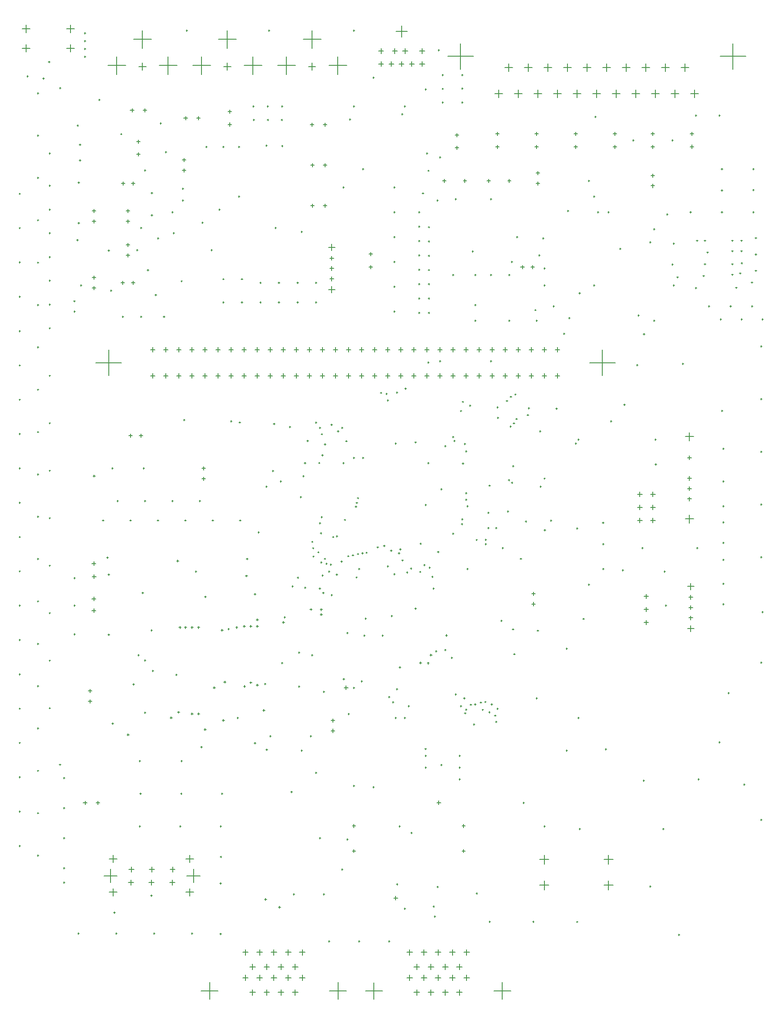
<source format=gbr>
%FSTAX44Y44*%
%MOMM*%
%SFA1B1*%

%IPPOS*%
%ADD173C,0.127000*%
%LNsega_801_remake_drillmap_1-1*%
%LPD*%
G54D173*
X01438219Y0101854D02*
X01447219D01*
X0144272Y01014039D02*
Y01023039D01*
X01463619Y0101854D02*
X01472619D01*
X0146812Y01014039D02*
Y01023039D01*
X01438219Y0099314D02*
X01447219D01*
X0144272Y00988639D02*
Y00997639D01*
X01463619Y0099314D02*
X01472619D01*
X0146812Y00988639D02*
Y00997639D01*
X01438219Y0096774D02*
X01447219D01*
X0144272Y00963239D02*
Y00972239D01*
X01463619Y0096774D02*
X01472619D01*
X0146812Y00963239D02*
Y00972239D01*
X01158729Y0005334D02*
X01191749D01*
X01175239Y0003683D02*
Y0006985D01*
X00989439Y00078719D02*
X01000339D01*
X00994889Y00073269D02*
Y00084169D01*
X01003289Y00050319D02*
X01014189D01*
X01008739Y00044869D02*
Y00055769D01*
X01017139Y00078719D02*
X01028039D01*
X01022589Y00073269D02*
Y00084169D01*
X01030989Y00050319D02*
X01041889D01*
X01036439Y00044869D02*
Y00055769D01*
X01044839Y00078719D02*
X01055739D01*
X0105029Y00073269D02*
Y00084169D01*
X01058689Y00050319D02*
X01069589D01*
X01064139Y00044869D02*
Y00055769D01*
X01072539Y00078719D02*
X01083439D01*
X01077989Y00073269D02*
Y00084169D01*
X01086389Y00050319D02*
X01097289D01*
X01091839Y00044869D02*
Y00055769D01*
X01100239Y00078719D02*
X01111139D01*
X01105689Y00073269D02*
Y00084169D01*
X00909039Y0005334D02*
X00941639D01*
X00925339Y00037039D02*
Y00069639D01*
X01068899Y01869799D02*
X01118899D01*
X01093899Y01844799D02*
Y01894799D01*
X01598899Y01869799D02*
X01648899D01*
X01623899Y01844799D02*
Y01894799D01*
X01541899Y01796999D02*
X01556899D01*
X015494Y01789499D02*
Y01804499D01*
X01522849Y01847799D02*
X01537849D01*
X0153035Y01840299D02*
Y01855299D01*
X01503799Y01796999D02*
X01518799D01*
X015113Y01789499D02*
Y01804499D01*
X01484749Y01847799D02*
X01499749D01*
X0149225Y01840299D02*
Y01855299D01*
X01465699Y01796999D02*
X01480699D01*
X014732Y01789499D02*
Y01804499D01*
X01446649Y01847799D02*
X01461649D01*
X0145415Y01840299D02*
Y01855299D01*
X01427599Y01796999D02*
X01442599D01*
X014351Y01789499D02*
Y01804499D01*
X01408549Y01847799D02*
X01423549D01*
X0141605Y01840299D02*
Y01855299D01*
X01389499Y01796999D02*
X01404499D01*
X01397Y01789499D02*
Y01804499D01*
X01370449Y01847799D02*
X01385449D01*
X0137795Y01840299D02*
Y01855299D01*
X01351399Y01796999D02*
X01366399D01*
X013589Y01789499D02*
Y01804499D01*
X01332349Y01847799D02*
X01347349D01*
X0133985Y01840299D02*
Y01855299D01*
X01313299Y01796999D02*
X01328299D01*
X013208Y01789499D02*
Y01804499D01*
X01294249Y01847799D02*
X01309249D01*
X0130175Y01840299D02*
Y01855299D01*
X01275199Y01796999D02*
X01290199D01*
X012827Y01789499D02*
Y01804499D01*
X01256149Y01847799D02*
X01271149D01*
X0126365Y01840299D02*
Y01855299D01*
X01237099Y01796999D02*
X01252099D01*
X012446Y01789499D02*
Y01804499D01*
X01218049Y01847799D02*
X01233049D01*
X0122555Y01840299D02*
Y01855299D01*
X01198999Y01796999D02*
X01213999D01*
X012065Y01789499D02*
Y01804499D01*
X01179949Y01847799D02*
X01194949D01*
X0118745Y01840299D02*
Y01855299D01*
X01160899Y01796999D02*
X01175899D01*
X011684Y01789499D02*
Y01804499D01*
X00490399Y01248973D02*
X00499399D01*
X00494899Y01244473D02*
Y01253473D01*
X00515799Y01248973D02*
X00524799D01*
X00520299Y01244473D02*
Y01253473D01*
X00541199Y01248973D02*
X00550199D01*
X00545699Y01244473D02*
Y01253473D01*
X00566599Y01248973D02*
X00575599D01*
X00571099Y01244473D02*
Y01253473D01*
X00591999Y01248973D02*
X00600999D01*
X00596499Y01244473D02*
Y01253473D01*
X00617399Y01248973D02*
X00626399D01*
X00621899Y01244473D02*
Y01253473D01*
X00642799Y01248973D02*
X00651799D01*
X00647299Y01244473D02*
Y01253473D01*
X00668199Y01248973D02*
X00677199D01*
X00672699Y01244473D02*
Y01253473D01*
X00693599Y01248973D02*
X00702599D01*
X00698099Y01244473D02*
Y01253473D01*
X00718999Y01248973D02*
X00727999D01*
X00723499Y01244473D02*
Y01253473D01*
X00744399Y01248973D02*
X00753399D01*
X00748899Y01244473D02*
Y01253473D01*
X00769799Y01248973D02*
X00778799D01*
X00774299Y01244473D02*
Y01253473D01*
X00795199Y01248973D02*
X00804199D01*
X00799699Y01244473D02*
Y01253473D01*
X00820599Y01248973D02*
X00829599D01*
X00825099Y01244473D02*
Y01253473D01*
X00845999Y01248973D02*
X00854999D01*
X00850499Y01244473D02*
Y01253473D01*
X00871399Y01248973D02*
X00880399D01*
X00875899Y01244473D02*
Y01253473D01*
X00896799Y01248973D02*
X00905799D01*
X00901299Y01244473D02*
Y01253473D01*
X00922199Y01248973D02*
X00931199D01*
X00926699Y01244473D02*
Y01253473D01*
X00947599Y01248973D02*
X00956599D01*
X00952099Y01244473D02*
Y01253473D01*
X00972999Y01248973D02*
X00981999D01*
X00977499Y01244473D02*
Y01253473D01*
X00998399Y01248973D02*
X01007399D01*
X01002899Y01244473D02*
Y01253473D01*
X01023799Y01248973D02*
X01032799D01*
X01028299Y01244473D02*
Y01253473D01*
X01049199Y01248973D02*
X01058199D01*
X01053699Y01244473D02*
Y01253473D01*
X01074599Y01248973D02*
X01083599D01*
X01079099Y01244473D02*
Y01253473D01*
X01099999Y01248973D02*
X01108999D01*
X01104499Y01244473D02*
Y01253473D01*
X01125399Y01248973D02*
X01134399D01*
X01129899Y01244473D02*
Y01253473D01*
X01150799Y01248973D02*
X01159799D01*
X01155299Y01244473D02*
Y01253473D01*
X01176199Y01248973D02*
X01185199D01*
X01180699Y01244473D02*
Y01253473D01*
X01201599Y01248973D02*
X01210599D01*
X01206099Y01244473D02*
Y01253473D01*
X01226999Y01248973D02*
X01235999D01*
X01231499Y01244473D02*
Y01253473D01*
X01252399Y01248973D02*
X01261399D01*
X01256899Y01244473D02*
Y01253473D01*
X01277799Y01248973D02*
X01286799D01*
X01282299Y01244473D02*
Y01253473D01*
X01277799Y01299773D02*
X01286799D01*
X01282299Y01295273D02*
Y01304273D01*
X01252399Y01299773D02*
X01261399D01*
X01256899Y01295273D02*
Y01304273D01*
X01226999Y01299773D02*
X01235999D01*
X01231499Y01295273D02*
Y01304273D01*
X01201599Y01299773D02*
X01210599D01*
X01206099Y01295273D02*
Y01304273D01*
X01176199Y01299773D02*
X01185199D01*
X01180699Y01295273D02*
Y01304273D01*
X01150799Y01299773D02*
X01159799D01*
X01155299Y01295273D02*
Y01304273D01*
X01125399Y01299773D02*
X01134399D01*
X01129899Y01295273D02*
Y01304273D01*
X01099999Y01299773D02*
X01108999D01*
X01104499Y01295273D02*
Y01304273D01*
X01074599Y01299773D02*
X01083599D01*
X01079099Y01295273D02*
Y01304273D01*
X01049199Y01299773D02*
X01058199D01*
X01053699Y01295273D02*
Y01304273D01*
X01023799Y01299773D02*
X01032799D01*
X01028299Y01295273D02*
Y01304273D01*
X00998399Y01299773D02*
X01007399D01*
X01002899Y01295273D02*
Y01304273D01*
X00972999Y01299773D02*
X00981999D01*
X00977499Y01295273D02*
Y01304273D01*
X00947599Y01299773D02*
X00956599D01*
X00952099Y01295273D02*
Y01304273D01*
X00922199Y01299773D02*
X00931199D01*
X00926699Y01295273D02*
Y01304273D01*
X00896799Y01299773D02*
X00905799D01*
X00901299Y01295273D02*
Y01304273D01*
X00871399Y01299773D02*
X00880399D01*
X00875899Y01295273D02*
Y01304273D01*
X00845999Y01299773D02*
X00854999D01*
X00850499Y01295273D02*
Y01304273D01*
X00820599Y01299773D02*
X00829599D01*
X00825099Y01295273D02*
Y01304273D01*
X00795199Y01299773D02*
X00804199D01*
X00799699Y01295273D02*
Y01304273D01*
X00769799Y01299773D02*
X00778799D01*
X00774299Y01295273D02*
Y01304273D01*
X00744399Y01299773D02*
X00753399D01*
X00748899Y01295273D02*
Y01304273D01*
X00718999Y01299773D02*
X00727999D01*
X00723499Y01295273D02*
Y01304273D01*
X00693599Y01299773D02*
X00702599D01*
X00698099Y01295273D02*
Y01304273D01*
X00668199Y01299773D02*
X00677199D01*
X00672699Y01295273D02*
Y01304273D01*
X00642799Y01299773D02*
X00651799D01*
X00647299Y01295273D02*
Y01304273D01*
X00617399Y01299773D02*
X00626399D01*
X00621899Y01295273D02*
Y01304273D01*
X00591999Y01299773D02*
X00600999D01*
X00596499Y01295273D02*
Y01304273D01*
X00566599Y01299773D02*
X00575599D01*
X00571099Y01295273D02*
Y01304273D01*
X00541199Y01299773D02*
X00550199D01*
X00545699Y01295273D02*
Y01304273D01*
X00515799Y01299773D02*
X00524799D01*
X00520299Y01295273D02*
Y01304273D01*
X00490399Y01299773D02*
X00499399D01*
X00494899Y01295273D02*
Y01304273D01*
X00384439Y01274373D02*
X00434439D01*
X00409439Y01249373D02*
Y01299373D01*
X01344739Y01274373D02*
X01394739D01*
X01369739Y01249373D02*
Y01299373D01*
X00572606Y01851999D02*
X00607392D01*
X00589999Y01834607D02*
Y01869392D01*
X00622606Y01902999D02*
X00657392D01*
X00639999Y01885606D02*
Y01920391D01*
X00672606Y01851999D02*
X00707392D01*
X00689999Y01834607D02*
Y01869392D01*
X00632999Y01849999D02*
X00646999D01*
X00639999Y01842999D02*
Y01856999D01*
X00487822Y0026392D02*
X00497822D01*
X00492822Y0025892D02*
Y0026892D01*
X00527997Y0026392D02*
X00537997D01*
X00532997Y0025892D02*
Y0026892D01*
X00447811Y0026392D02*
X00457811D01*
X00452811Y0025892D02*
Y0026892D01*
X00488384Y0028956D02*
X00498384D01*
X00493384Y00284559D02*
Y00294559D01*
X00528559Y0028956D02*
X00538559D01*
X00533559Y00284559D02*
Y00294559D01*
X00448373Y0028956D02*
X00458373D01*
X00453373Y00284559D02*
Y00294559D01*
X00399828Y0027686D02*
X0042599D01*
X00412909Y00263779D02*
Y00289941D01*
X00561118Y0027686D02*
X0058728D01*
X00574199Y00263779D02*
Y00289941D01*
X01014419Y01855169D02*
X01023919D01*
X01019169Y01850419D02*
Y01859919D01*
X00954419Y01855169D02*
X00963919D01*
X00959169Y01850419D02*
Y01859919D01*
X00994419Y01855169D02*
X01003919D01*
X00999169Y01850419D02*
Y01859919D01*
X00934419Y01880169D02*
X00943919D01*
X00939169Y01875419D02*
Y01884919D01*
X01014419Y01880169D02*
X01023919D01*
X01019169Y01875419D02*
Y01884919D01*
X00981419Y01880169D02*
X00990919D01*
X00986169Y01875419D02*
Y01884919D01*
X00961419Y01880169D02*
X00970919D01*
X00966169Y01875419D02*
Y01884919D01*
X00968169Y01918169D02*
X00990169D01*
X0097917Y01907169D02*
Y01929169D01*
X00974419Y01855169D02*
X00983919D01*
X0097917Y01850419D02*
Y01859919D01*
X00934419Y01855169D02*
X00943919D01*
X00939169Y01850419D02*
Y01859919D01*
X00327799Y01885659D02*
X00342799D01*
X00335299Y01878159D02*
Y01893159D01*
X00241399Y01885659D02*
X00256399D01*
X00248899Y01878159D02*
Y01893159D01*
X00327799Y01923659D02*
X00342799D01*
X00335299Y01916159D02*
Y01931159D01*
X00241399Y01923659D02*
X00256399D01*
X00248899Y01916159D02*
Y01931159D01*
X01100239Y00128249D02*
X01111139D01*
X01105689Y00122799D02*
Y00133699D01*
X01086389Y00099849D02*
X01097289D01*
X01091839Y00094399D02*
Y00105299D01*
X01072539Y00128249D02*
X01083439D01*
X01077989Y00122799D02*
Y00133699D01*
X01058689Y00099849D02*
X01069589D01*
X01064139Y00094399D02*
Y00105299D01*
X01044839Y00128249D02*
X01055739D01*
X0105029Y00122799D02*
Y00133699D01*
X01030989Y00099849D02*
X01041889D01*
X01036439Y00094399D02*
Y00105299D01*
X01017139Y00128249D02*
X01028039D01*
X01022589Y00122799D02*
Y00133699D01*
X01003289Y00099849D02*
X01014189D01*
X01008739Y00094399D02*
Y00105299D01*
X00989439Y00128249D02*
X01000339D01*
X00994889Y00122799D02*
Y00133699D01*
X01372759Y00258609D02*
X01390759D01*
X0138176Y00249609D02*
Y00267609D01*
X01247759Y00258609D02*
X01265759D01*
X01256759Y00249609D02*
Y00267609D01*
X01372759Y0030861D02*
X01390759D01*
X0138176Y00299609D02*
Y00317609D01*
X01247759Y0030861D02*
X01265759D01*
X01256759Y00299609D02*
Y00317609D01*
X01530989Y01130659D02*
X01547489D01*
X0153924Y01122409D02*
Y01138909D01*
X01530989Y00970659D02*
X01547489D01*
X0153924Y00962409D02*
Y00978909D01*
X01535239Y0108966D02*
X01543239D01*
X0153924Y01085659D02*
Y01093659D01*
X01535239Y01049659D02*
X01543239D01*
X0153924Y01045659D02*
Y01053659D01*
X01535239Y01029659D02*
X01543239D01*
X0153924Y01025659D02*
Y01033659D01*
X01535239Y01009659D02*
X01543239D01*
X0153924Y01005659D02*
Y01013659D01*
X00839279Y01437599D02*
X00847279D01*
X0084328Y01433599D02*
Y01441599D01*
X00839279Y01457599D02*
X00847279D01*
X0084328Y01453599D02*
Y01461599D01*
X00839279Y01477599D02*
X00847279D01*
X0084328Y01473599D02*
Y01481599D01*
X00837029Y01416599D02*
X00849529D01*
X0084328Y01410349D02*
Y01422849D01*
X00837029Y014986D02*
X00849529D01*
X0084328Y01492349D02*
Y01504849D01*
X01390959Y01719179D02*
X01397959D01*
X0139446Y01715679D02*
Y01722679D01*
X01390959Y0169418D02*
X01397959D01*
X0139446Y01690679D02*
Y01697679D01*
X01096669Y0032512D02*
X01102969D01*
X0109982Y00321969D02*
Y00328269D01*
X01096669Y00373919D02*
X01102969D01*
X0109982Y00370769D02*
Y00377069D01*
X01230779Y014605D02*
X01237779D01*
X01234279Y01456999D02*
Y01463999D01*
X01210779Y014605D02*
X01217779D01*
X01214279Y01456999D02*
Y01463999D01*
X01185545Y0162814D02*
X01191895D01*
X0118872Y01624965D02*
Y01631315D01*
X01145544Y0162814D02*
X01151894D01*
X01148719Y01624965D02*
Y01631315D01*
X01451319Y0082042D02*
X01459519D01*
X0145542Y00816319D02*
Y00824519D01*
X01451319Y0079502D02*
X01459519D01*
X0145542Y00790919D02*
Y00799119D01*
X01451319Y0076962D02*
X01459519D01*
X0145542Y00765519D02*
Y00773719D01*
X00451359Y017653D02*
X00458359D01*
X00454859Y01761799D02*
Y01768799D01*
X00476359Y017653D02*
X00483359D01*
X00479859Y01761799D02*
Y01768799D01*
X00842319Y00578959D02*
X00849319D01*
X0084582Y00575459D02*
Y00582459D01*
X00842319Y00558959D02*
X00849319D01*
X0084582Y00555459D02*
Y00562459D01*
X00669879Y00128249D02*
X00680779D01*
X00675329Y00122799D02*
Y00133699D01*
X00683729Y00099849D02*
X00694629D01*
X00689179Y00094399D02*
Y00105299D01*
X00697579Y00128249D02*
X00708479D01*
X00703029Y00122799D02*
Y00133699D01*
X00711429Y00099849D02*
X00722329D01*
X00716879Y00094399D02*
Y00105299D01*
X00725279Y00128249D02*
X00736179D01*
X00730729Y00122799D02*
Y00133699D01*
X00739129Y00099849D02*
X00750029D01*
X00744579Y00094399D02*
Y00105299D01*
X00752979Y00128249D02*
X00763879D01*
X00758429Y00122799D02*
Y00133699D01*
X00766829Y00099849D02*
X00777729D01*
X00772279Y00094399D02*
Y00105299D01*
X00780679Y00128249D02*
X00791579D01*
X0078613Y00122799D02*
Y00133699D01*
X00797999Y01849999D02*
X00811999D01*
X00804999Y01842999D02*
Y01856999D01*
X00837606Y01851999D02*
X00872392D01*
X00854999Y01834607D02*
Y01869392D01*
X00787606Y01902999D02*
X00822392D01*
X00804999Y01885606D02*
Y01920391D01*
X00737606Y01851999D02*
X00772392D01*
X00754999Y01834607D02*
Y01869392D01*
X00407606Y01851999D02*
X00442392D01*
X00424999Y01834607D02*
Y01869392D01*
X00457606Y01902999D02*
X00492392D01*
X00474999Y01885606D02*
Y01920391D01*
X00507606Y01851999D02*
X00542392D01*
X00524999Y01834607D02*
Y01869392D01*
X00467999Y01849999D02*
X00481999D01*
X00474999Y01842999D02*
Y01856999D01*
X00589269Y0005334D02*
X00622289D01*
X00605779Y0003683D02*
Y0006985D01*
X01537779Y00778519D02*
X01545779D01*
X0154178Y00774519D02*
Y00782519D01*
X01537779Y00798519D02*
X01545779D01*
X0154178Y00794519D02*
Y00802519D01*
X01537779Y00818519D02*
X01545779D01*
X0154178Y00814519D02*
Y00822519D01*
X01535529Y00757519D02*
X01548029D01*
X0154178Y00751269D02*
Y00763769D01*
X01535529Y00839519D02*
X01548029D01*
X0154178Y00833269D02*
Y00845769D01*
X01059184Y0162814D02*
X01065534D01*
X01062359Y01624965D02*
Y01631315D01*
X01099185Y0162814D02*
X01105535D01*
X0110236Y01624965D02*
Y01631315D01*
X01083619Y01692039D02*
X01090619D01*
X0108712Y01688539D02*
Y01695539D01*
X01083619Y0171704D02*
X01090619D01*
X0108712Y01713539D02*
Y01720539D01*
X00826679Y0173736D02*
X00833679D01*
X00830179Y01733859D02*
Y01740859D01*
X00801679Y0173736D02*
X00808679D01*
X0080518Y01733859D02*
Y01740859D01*
X00827079Y0157988D02*
X00834079D01*
X0083058Y01576379D02*
Y01583379D01*
X00802079Y0157988D02*
X00809079D01*
X00805579Y01576379D02*
Y01583379D01*
X01238559Y01719179D02*
X01245559D01*
X0124206Y01715679D02*
Y01722679D01*
X01238559Y0169418D02*
X01245559D01*
X0124206Y01690679D02*
Y01697679D01*
X00443539Y015494D02*
X00450539D01*
X0044704Y01545899D02*
Y01552899D01*
X00443539Y01569399D02*
X00450539D01*
X0044704Y01565899D02*
Y01572899D01*
X00433379Y0143002D02*
X00440379D01*
X0043688Y01426519D02*
Y01433519D01*
X00453379Y0143002D02*
X00460379D01*
X00456879Y01426519D02*
Y01433519D01*
X00443539Y01503359D02*
X00450539D01*
X0044704Y01499859D02*
Y01506859D01*
X00443539Y0148336D02*
X00450539D01*
X0044704Y01479859D02*
Y01486859D01*
X00377499Y0141986D02*
X00384499D01*
X00381Y01416359D02*
Y01423359D01*
X00377499Y01439859D02*
X00384499D01*
X00381Y01436359D02*
Y01443359D01*
X00641659Y01762559D02*
X00648659D01*
X0064516Y01759059D02*
Y01766059D01*
X00641659Y01737559D02*
X00648659D01*
X0064516Y01734059D02*
Y01741059D01*
X00555499Y0175006D02*
X00562499D01*
X00558999Y01746559D02*
Y01753559D01*
X00580499Y0175006D02*
X00587499D01*
X00583999Y01746559D02*
Y01753559D01*
X00433699Y0162306D02*
X00440699D01*
X00437199Y01619559D02*
Y01626559D01*
X00453699Y0162306D02*
X00460699D01*
X004572Y01619559D02*
Y01626559D01*
X00377499Y015494D02*
X00384499D01*
X00381Y01545899D02*
Y01552899D01*
X00377499Y01569399D02*
X00384499D01*
X00381Y01565899D02*
Y01572899D01*
X00839169Y0005334D02*
X00872189D01*
X00855679Y0003683D02*
Y0006985D01*
X00669879Y00078719D02*
X00680779D01*
X00675329Y00073269D02*
Y00084169D01*
X00683729Y00050319D02*
X00694629D01*
X00689179Y00044869D02*
Y00055769D01*
X00697579Y00078719D02*
X00708479D01*
X00703029Y00073269D02*
Y00084169D01*
X00711429Y00050319D02*
X00722329D01*
X00716879Y00044869D02*
Y00055769D01*
X00725279Y00078719D02*
X00736179D01*
X00730729Y00073269D02*
Y00084169D01*
X00739129Y00050319D02*
X00750029D01*
X00744579Y00044869D02*
Y00055769D01*
X00752979Y00078719D02*
X00763879D01*
X00758429Y00073269D02*
Y00084169D01*
X00766829Y00050319D02*
X00777729D01*
X00772279Y00044869D02*
Y00055769D01*
X00780679Y00078719D02*
X00791579D01*
X0078613Y00073269D02*
Y00084169D01*
X01162359Y01719179D02*
X01169359D01*
X0116586Y01715679D02*
Y01722679D01*
X01162359Y0169418D02*
X01169359D01*
X0116586Y01690679D02*
Y01697679D01*
X00463859Y0170434D02*
X00470859D01*
X0046736Y01700839D02*
Y01707839D01*
X00463859Y01679339D02*
X00470859D01*
X0046736Y01675839D02*
Y01682839D01*
X01314759Y01719179D02*
X01321759D01*
X0131826Y01715679D02*
Y01722679D01*
X01314759Y0169418D02*
X01321759D01*
X0131826Y01690679D02*
Y01697679D01*
X00827079Y0165862D02*
X00834079D01*
X0083058Y01655119D02*
Y01662119D01*
X00802079Y0165862D02*
X00809079D01*
X00805579Y01655119D02*
Y01662119D01*
X00384919Y004191D02*
X00391919D01*
X00388419Y00415599D02*
Y00422599D01*
X00359919Y004191D02*
X00366919D01*
X00363419Y00415599D02*
Y00422599D01*
X01464619Y01719179D02*
X01471619D01*
X0146812Y01715679D02*
Y01722679D01*
X01464619Y0169418D02*
X01471619D01*
X0146812Y01690679D02*
Y01697679D01*
X00915979Y014605D02*
X00922979D01*
X0091948Y01456999D02*
Y01463999D01*
X00915979Y01485499D02*
X00922979D01*
X0091948Y01481999D02*
Y01488999D01*
X01540819Y01719379D02*
X01547819D01*
X0154432Y01715879D02*
Y01722879D01*
X01540819Y01694379D02*
X01547819D01*
X0154432Y01690879D02*
Y01697879D01*
X00448619Y0113284D02*
X00455619D01*
X0045212Y01129339D02*
Y01136339D01*
X00468619Y0113284D02*
X00475619D01*
X00472119Y01129339D02*
Y01136339D01*
X00590859Y0104902D02*
X00597859D01*
X0059436Y01045519D02*
Y01052519D01*
X00590859Y01069019D02*
X00597859D01*
X0059436Y01065519D02*
Y01072519D01*
X01232309Y00805339D02*
X01239309D01*
X01235809Y00801839D02*
Y00808839D01*
X01232309Y00825339D02*
X01239309D01*
X01235809Y00821839D02*
Y00828839D01*
X00883309Y00373919D02*
X00889609D01*
X0088646Y00370769D02*
Y00377069D01*
X00883309Y0032512D02*
X00889609D01*
X0088646Y00321969D02*
Y00328269D01*
X00369349Y00636346D02*
X00376349D01*
X00372849Y00632846D02*
Y00639846D01*
X00369349Y00616346D02*
X00376349D01*
X00372849Y00612846D02*
Y00619846D01*
X00552759Y01668459D02*
X00559759D01*
X0055626Y01664959D02*
Y01671959D01*
X00552759Y0164846D02*
X00559759D01*
X0055626Y01644959D02*
Y01651959D01*
X01464619Y016383D02*
X01471619D01*
X0146812Y01634799D02*
Y01641799D01*
X01464619Y01618299D02*
X01471619D01*
X0146812Y01614799D02*
Y01621799D01*
X01241099Y0162306D02*
X01248099D01*
X012446Y01619559D02*
Y01626559D01*
X01241099Y01643059D02*
X01248099D01*
X012446Y01639559D02*
Y01646559D01*
X00410499Y00244999D02*
X00425499D01*
X00417999Y00237499D02*
Y00252499D01*
X00410499Y00309999D02*
X00425499D01*
X00417999Y00302499D02*
Y003175D01*
X00559499Y00309999D02*
X00574499D01*
X00566999Y00302499D02*
Y003175D01*
X00559499Y00244999D02*
X00574499D01*
X00566999Y00237499D02*
Y00252499D01*
X00884936Y0045212D02*
X00887984D01*
X0088646Y00450596D02*
Y00453644D01*
X00347538Y01735545D02*
X00350586D01*
X00349062Y01734021D02*
Y01737069D01*
X00293116Y01681099D02*
X00296164D01*
X0029464Y01679576D02*
Y01682624D01*
X00293116Y00603048D02*
X00296164D01*
X0029464Y00601524D02*
Y00604572D01*
X00293116Y00695357D02*
X00296164D01*
X0029464Y00693833D02*
Y00696881D01*
X00293116Y00787666D02*
X00296164D01*
X0029464Y00786142D02*
Y0078919D01*
X00293116Y00879974D02*
X00296164D01*
X0029464Y0087845D02*
Y00881498D01*
X00293116Y00972283D02*
X00296164D01*
X0029464Y00970759D02*
Y00973807D01*
X00293116Y01064592D02*
X00296164D01*
X0029464Y01063068D02*
Y01066116D01*
X00293116Y011569D02*
X00296164D01*
X0029464Y01155376D02*
Y01158424D01*
X00293116Y01249209D02*
X00296164D01*
X0029464Y01247685D02*
Y01250733D01*
X00293116Y01341518D02*
X00296164D01*
X0029464Y01339994D02*
Y01343042D01*
X00293116Y01387672D02*
X00296164D01*
X0029464Y01386148D02*
Y01389196D01*
X00293116Y01433827D02*
X00296164D01*
X0029464Y01432302D02*
Y01435351D01*
X00293116Y01479981D02*
X00296164D01*
X0029464Y01478457D02*
Y01481505D01*
X00293116Y01526135D02*
X00296164D01*
X0029464Y01524611D02*
Y01527659D01*
X00293116Y01572289D02*
X00296164D01*
X0029464Y01570765D02*
Y01573814D01*
X00293116Y01618444D02*
X00296164D01*
X0029464Y0161692D02*
Y01619968D01*
X00270256Y00728193D02*
X00273304D01*
X0027178Y00726668D02*
Y00729716D01*
X00270256Y00563558D02*
X00273304D01*
X0027178Y00562034D02*
Y00565082D01*
X00313159Y00493059D02*
X00316159D01*
X00314659Y00491559D02*
Y00494559D01*
X00491165Y00238689D02*
X00494213D01*
X00492689Y00237165D02*
Y00240213D01*
X00418846Y0020574D02*
X00421894D01*
X0042037Y00204216D02*
Y00207264D01*
X00321056Y0026416D02*
X00324104D01*
X0032258Y00262636D02*
Y00265684D01*
X00270256Y00316605D02*
X00273304D01*
X0027178Y00315081D02*
Y00318129D01*
X00270256Y00398923D02*
X00273304D01*
X0027178Y00397399D02*
Y00400447D01*
X00270256Y0048124D02*
X00273304D01*
X0027178Y00479716D02*
Y00482764D01*
X00270256Y00645875D02*
X00273304D01*
X0027178Y00644351D02*
Y00647399D01*
X00270256Y0081051D02*
X00273304D01*
X0027178Y00808986D02*
Y00812034D01*
X00270256Y00892827D02*
X00273304D01*
X0027178Y00891303D02*
Y00894351D01*
X00270256Y00975145D02*
X00273304D01*
X0027178Y00973621D02*
Y00976669D01*
X00270256Y01057462D02*
X00273304D01*
X0027178Y01055938D02*
Y01058986D01*
X00270256Y0113978D02*
X00273304D01*
X0027178Y01138256D02*
Y01141303D01*
X00270256Y01222097D02*
X00273304D01*
X0027178Y01220573D02*
Y01223621D01*
X00270256Y01304414D02*
X00273304D01*
X0027178Y0130289D02*
Y01305938D01*
X00270256Y01386732D02*
X00273304D01*
X0027178Y01385208D02*
Y01388256D01*
X00270256Y01469049D02*
X00273304D01*
X0027178Y01467525D02*
Y01470573D01*
X00270256Y01551367D02*
X00273304D01*
X0027178Y01549843D02*
Y01552891D01*
X00270256Y01633684D02*
X00273304D01*
X0027178Y0163216D02*
Y01635208D01*
X00270256Y01716001D02*
X00273304D01*
X0027178Y01714477D02*
Y01717525D01*
X00270256Y0179832D02*
X00273304D01*
X0027178Y01796796D02*
Y01799844D01*
X00281194Y01827038D02*
X00284242D01*
X00282718Y01825514D02*
Y01828562D01*
X00292133Y0185928D02*
X00295181D01*
X00293657Y01857756D02*
Y01860804D01*
X00292157Y0185928D02*
X00295157D01*
X00293657Y01857779D02*
Y01860779D01*
X00984019Y005842D02*
X00987019D01*
X0098552Y00582699D02*
Y00585699D01*
X00966239Y005842D02*
X00969239D01*
X0096774Y00582699D02*
Y00585699D01*
X00961159Y0061468D02*
X00964159D01*
X0096266Y00613179D02*
Y00616179D01*
X01019111Y01603777D02*
X01022159D01*
X01020635Y01602253D02*
Y01605301D01*
X01449283Y01329964D02*
X01452331D01*
X01450807Y0132844D02*
Y01331488D01*
X01411183Y01192804D02*
X01414231D01*
X01412707Y0119128D02*
Y01194328D01*
X01279103Y01185184D02*
X01282151D01*
X01280627Y0118366D02*
Y01186708D01*
X00588223Y00527324D02*
X00591271D01*
X00589747Y005258D02*
Y00528848D01*
X00692363Y00534944D02*
X00695411D01*
X00693887Y0053342D02*
Y00536468D01*
X00715223Y00522244D02*
X00718271D01*
X00716747Y0052072D02*
Y00523768D01*
X00865083Y00659404D02*
X00868131D01*
X00866607Y0065788D02*
Y00660928D01*
X01004783Y00796564D02*
X01007831D01*
X01006307Y0079504D02*
Y00798088D01*
X00677123Y00893084D02*
X00680171D01*
X00678647Y0089156D02*
Y00894608D01*
X00456143Y00649244D02*
X00459191D01*
X00457667Y0064772D02*
Y00650768D01*
X00415503Y00573044D02*
X00418551D01*
X00417027Y0057152D02*
Y00574568D01*
X00407883Y00862604D02*
X00410931D01*
X00409407Y0086108D02*
Y00864128D01*
X00405343Y00895624D02*
X00408391D01*
X00406867Y008941D02*
Y00897148D01*
X00407883Y00745764D02*
X00410931D01*
X00409407Y0074424D02*
Y00747288D01*
X00473923Y00827044D02*
X00476971D01*
X00475447Y0082552D02*
Y00828568D01*
X00595843Y00819424D02*
X00598891D01*
X00597367Y008179D02*
Y00820948D01*
X00692363Y00824504D02*
X00695411D01*
X00693887Y0082298D02*
Y00826028D01*
X01256243Y00948964D02*
X01259291D01*
X01257767Y0094744D02*
Y00950488D01*
X00499323Y01406164D02*
X00502371D01*
X00500847Y0140464D02*
Y01407688D01*
X00491703Y01561104D02*
X00494751D01*
X00493227Y0155958D02*
Y01562628D01*
X00491703Y01604284D02*
X00494751D01*
X00493227Y0160276D02*
Y01605808D01*
X00484083Y01454424D02*
X00487131D01*
X00485607Y014529D02*
Y01455948D01*
X00407883Y01492524D02*
X00410931D01*
X00409407Y01491D02*
Y01494048D01*
X00354076Y0142494D02*
X00357124D01*
X003556Y01423416D02*
Y01426464D01*
X00346923Y01512844D02*
X00349971D01*
X00348447Y0151132D02*
Y01514368D01*
X00349463Y01545864D02*
X00352511D01*
X00350987Y0154434D02*
Y01547388D01*
X00349463Y01624604D02*
X00352511D01*
X00350987Y0162308D02*
Y01626128D01*
X00352003Y01667784D02*
X00355051D01*
X00353527Y0166626D02*
Y01669308D01*
X00352003Y01698264D02*
X00355051D01*
X00353527Y0169674D02*
Y01699788D01*
X00699539Y0094488D02*
X00702539D01*
X0070104Y00943379D02*
Y00946379D01*
X00549679Y01432921D02*
X00552679D01*
X0055118Y01431421D02*
Y01434421D01*
X01238136Y0137682D02*
X01241184D01*
X0123966Y01375296D02*
Y01378344D01*
X01209941Y00893346D02*
X01212941D01*
X01211441Y00891846D02*
Y00894846D01*
X01331861Y00776506D02*
X01334861D01*
X01333361Y00775006D02*
Y00778006D01*
X01242961Y00753646D02*
X01245961D01*
X01244461Y00752146D02*
Y00755146D01*
X01197241Y00707926D02*
X01200241D01*
X01198741Y00706426D02*
Y00709426D01*
X01194701Y00756186D02*
X01197701D01*
X01196201Y00754686D02*
Y00757686D01*
X00974572Y0068222D02*
X00977572D01*
X00976072Y0068072D02*
Y00683719D01*
X01013999Y0069088D02*
X01017999D01*
X01016Y00688879D02*
Y00692879D01*
X00968779Y0064008D02*
X00971779D01*
X0097028Y00638579D02*
Y00641579D01*
X00585239Y0100584D02*
X00588239D01*
X0058674Y01004339D02*
Y01007339D01*
X00531899Y0100584D02*
X00534899D01*
X005334Y01004339D02*
Y01007339D01*
X00478559Y0100584D02*
X00481559D01*
X0048006Y01004339D02*
Y01007339D01*
X00425219Y0100584D02*
X00428219D01*
X0042672Y01004339D02*
Y01007339D01*
X00396993Y00967944D02*
X00399993D01*
X00398493Y00966444D02*
Y00969444D01*
X00450333Y00967944D02*
X00453333D01*
X00451833Y00966444D02*
Y00969444D01*
X00503673Y00967944D02*
X00506673D01*
X00505173Y00966444D02*
Y00969444D01*
X00557013Y00967944D02*
X00560013D01*
X00558513Y00966444D02*
Y00969444D01*
X00610353Y00967944D02*
X00613353D01*
X00611853Y00966444D02*
Y00969444D01*
X00663693Y00967944D02*
X00666693D01*
X00665193Y00966444D02*
Y00969444D01*
X00900199Y0065532D02*
X00903199D01*
X009017Y00653819D02*
Y00656819D01*
X00884959Y0064262D02*
X00887959D01*
X0088646Y00641119D02*
Y00644119D01*
X00376814Y00815453D02*
X00384434D01*
X00380624Y00811643D02*
Y00819263D01*
X00376814Y00884033D02*
X00384434D01*
X00380624Y00880223D02*
Y00887843D01*
X00376814Y00792593D02*
X00384434D01*
X00380624Y00788783D02*
Y00796403D01*
X00625425Y00164274D02*
X00628473D01*
X00626949Y0016275D02*
Y00165798D01*
X00625425Y00262344D02*
X00628473D01*
X00626949Y0026082D02*
Y00263868D01*
X01024517Y00523478D02*
X01027565D01*
X0102604Y00521954D02*
Y00525002D01*
X00626068Y00313996D02*
X00629116D01*
X00627592Y00312472D02*
Y0031552D01*
X01123908Y00242876D02*
X01126956D01*
X01125432Y00241352D02*
Y002444D01*
X01040088Y00217476D02*
X01043136D01*
X01041612Y00215952D02*
Y00219D01*
X00968968Y00260656D02*
X00972016D01*
X00970492Y00259132D02*
Y0026218D01*
X01047708Y00255576D02*
X01050756D01*
X01049232Y00254052D02*
Y002571D01*
X00667004Y01437005D02*
X00670052D01*
X00668528Y01435481D02*
Y01438529D01*
X00630936Y01437005D02*
X00633984D01*
X0063246Y01435481D02*
Y01438529D01*
X00996919Y0036068D02*
X00999919D01*
X00998419Y00359179D02*
Y00362179D01*
X01380236Y0156718D02*
X01383284D01*
X0138176Y01565656D02*
Y01568704D01*
X01550416Y0141986D02*
X01553464D01*
X0155194Y01418336D02*
Y01421384D01*
X01666748Y01453276D02*
X01669796D01*
X01668272Y01451752D02*
Y014548D01*
X01666748Y01485026D02*
X01669796D01*
X01668272Y01483502D02*
Y0148655D01*
X01666748Y01516776D02*
X01669796D01*
X01668272Y01515252D02*
Y015183D01*
X01659128Y01430416D02*
X01662176D01*
X01660652Y01428892D02*
Y0143194D01*
X01628648Y01420256D02*
X01631696D01*
X01630172Y01418732D02*
Y0142178D01*
X01514348Y01440576D02*
X01517396D01*
X01515872Y01439052D02*
Y014421D01*
X01565148Y01443116D02*
X01568196D01*
X01566672Y01441592D02*
Y0144464D01*
X01636268Y01448196D02*
X01639316D01*
X01637792Y01446672D02*
Y0144972D01*
X01621028Y01445656D02*
X01624076D01*
X01622552Y01444132D02*
Y0144718D01*
X01639588Y01467686D02*
X01642636D01*
X01641112Y01466162D02*
Y0146921D01*
X01621028Y01465976D02*
X01624076D01*
X01622552Y01464452D02*
Y014675D01*
X01621028Y01491376D02*
X01624076D01*
X01622552Y01489852D02*
Y014929D01*
X01638808Y01491376D02*
X01641856D01*
X01640332Y01489852D02*
Y014929D01*
X01638808Y01511696D02*
X01641856D01*
X01640332Y01510172D02*
Y0151322D01*
X01621028Y01511696D02*
X01624076D01*
X01622552Y01510172D02*
Y0151322D01*
X01552448Y01511696D02*
X01555496D01*
X01553972Y01510172D02*
Y0151322D01*
X01567688Y01511696D02*
X01570736D01*
X01569212Y01510172D02*
Y0151322D01*
X01572768Y01488836D02*
X01575816D01*
X01574292Y01487312D02*
Y0149036D01*
X01567688Y01465976D02*
X01570736D01*
X01569212Y01464452D02*
Y014675D01*
X00432213Y01718938D02*
X00435261D01*
X00433737Y01717414D02*
Y01720462D01*
X01491996Y0080264D02*
X01495044D01*
X0149352Y00801116D02*
Y00804164D01*
X01408176Y0087122D02*
X01411224D01*
X014097Y00869696D02*
Y00872744D01*
X01489456Y0086868D02*
X01492504D01*
X0149098Y00867156D02*
Y00870204D01*
X01446276Y009144D02*
X01449324D01*
X014478Y00912876D02*
Y00915924D01*
X01552956Y009144D02*
X01556004D01*
X0155448Y00912876D02*
Y00915924D01*
X01472119Y01076644D02*
X01475167D01*
X01473643Y01075119D02*
Y01078167D01*
X01471676Y0112522D02*
X01474724D01*
X014732Y01123696D02*
Y01126744D01*
X00811276Y0047752D02*
X00814324D01*
X008128Y00475996D02*
Y00479044D01*
X00923036Y0044958D02*
X00926084D01*
X0092456Y00448056D02*
Y00451104D01*
X00763395Y00439863D02*
X00766443D01*
X00764919Y00438339D02*
Y00441387D01*
X00872236Y0034798D02*
X00875284D01*
X0087376Y00346456D02*
Y00349504D01*
X00818896Y0035052D02*
X00821944D01*
X0082042Y00348996D02*
Y00352044D01*
X00862076Y0028956D02*
X00865124D01*
X008636Y00288036D02*
Y00291084D01*
X00826516Y002413D02*
X00829564D01*
X0082804Y00239776D02*
Y00242824D01*
X00768096Y002413D02*
X00771144D01*
X0076962Y00239776D02*
Y00242824D01*
X00625856Y0037338D02*
X00628904D01*
X0062738Y00371856D02*
Y00374904D01*
X00628396Y0043688D02*
X00631444D01*
X0062992Y00435356D02*
Y00438404D01*
X00547116Y0037338D02*
X00550164D01*
X0054864Y00371856D02*
Y00374904D01*
X00548995Y0043688D02*
X00552043D01*
X00550519Y00435356D02*
Y00438404D01*
X00549656Y0050038D02*
X00552704D01*
X0055118Y00498856D02*
Y00501904D01*
X00468376Y0037338D02*
X00471424D01*
X004699Y00371856D02*
Y00374904D01*
X00469595Y0043688D02*
X00472643D01*
X00471119Y00435356D02*
Y00438404D01*
X00468376Y0050038D02*
X00471424D01*
X004699Y00498856D02*
Y00501904D01*
X01090676Y0051054D02*
X01093724D01*
X010922Y00509016D02*
Y00512064D01*
X01090676Y0048768D02*
X01093724D01*
X010922Y00486156D02*
Y00489204D01*
X01090676Y0046482D02*
X01093724D01*
X010922Y00463296D02*
Y00466344D01*
X01024636Y0051054D02*
X01027684D01*
X0102616Y00509016D02*
Y00512064D01*
X01055116Y0049276D02*
X01058164D01*
X0105664Y00491236D02*
Y00494284D01*
X01024636Y0048768D02*
X01027684D01*
X0102616Y00486156D02*
Y00489204D01*
X01118616Y005715D02*
X01121664D01*
X0112014Y00569976D02*
Y00573024D01*
X01083056Y0062992D02*
X01086104D01*
X0108458Y00628396D02*
Y00631444D01*
X00991616Y0060706D02*
X00994664D01*
X0099314Y00605536D02*
Y00608584D01*
X01075436Y0070104D02*
X01078484D01*
X0107696Y00699516D02*
Y00702564D01*
X00823976Y0086106D02*
X00827024D01*
X008255Y00859536D02*
Y00862584D01*
X00958596Y0078232D02*
X00961644D01*
X0096012Y00780796D02*
Y00783844D01*
X00905256Y0074422D02*
X00908304D01*
X0090678Y00742696D02*
Y00745744D01*
X00963676Y0161544D02*
X00966724D01*
X009652Y01613916D02*
Y01616964D01*
X00963676Y0156718D02*
X00966724D01*
X009652Y01565656D02*
Y01568704D01*
X00963676Y0151892D02*
X00966724D01*
X009652Y01517396D02*
Y01520444D01*
X00963676Y0147066D02*
X00966724D01*
X009652Y01469136D02*
Y01472184D01*
X00963676Y014224D02*
X00966724D01*
X009652Y01420876D02*
Y01423924D01*
X00963676Y0137414D02*
X00966724D01*
X009652Y01372616D02*
Y01375664D01*
X01598676Y013589D02*
X01601724D01*
X016002Y01357376D02*
Y01360424D01*
X01639316Y013589D02*
X01642364D01*
X0164084Y01357376D02*
Y01360424D01*
X01679956Y013589D02*
X01683004D01*
X0168148Y01357376D02*
Y01360424D01*
X01659636Y013843D02*
X01662684D01*
X0166116Y01382776D02*
Y01385824D01*
X01617726Y013843D02*
X01620774D01*
X0161925Y01382776D02*
Y01385824D01*
X01575816Y013843D02*
X01578864D01*
X0157734Y01382776D02*
Y01385824D01*
X01469136Y0135636D02*
X01472184D01*
X0147066Y01354836D02*
Y01357884D01*
X01438656Y0136652D02*
X01441704D01*
X0144018Y01364996D02*
Y01368044D01*
X01539959Y0156718D02*
X01543007D01*
X01541483Y01565656D02*
Y01568704D01*
X01662176Y0156718D02*
X01665224D01*
X016637Y01565656D02*
Y01568704D01*
X01662176Y0161036D02*
X01665224D01*
X016637Y01608836D02*
Y01611884D01*
X01662176Y01651D02*
X01665224D01*
X016637Y01649476D02*
Y01652524D01*
X01601067Y0156718D02*
X01604115D01*
X01602591Y01565656D02*
Y01568704D01*
X01601067Y0160909D02*
X01604115D01*
X01602591Y01607566D02*
Y01610614D01*
X01601067Y01651D02*
X01604115D01*
X01602591Y01649476D02*
Y01652524D01*
X01550416Y0175514D02*
X01553464D01*
X0155194Y01753616D02*
Y01756664D01*
X01596136Y0175514D02*
X01599184D01*
X0159766Y01753616D02*
Y01756664D01*
X01202436Y0151892D02*
X01205484D01*
X0120396Y01517396D02*
Y01520444D01*
X01253236Y0151638D02*
X01256284D01*
X0125476Y01514856D02*
Y01517904D01*
X01504696Y0170688D02*
X01507744D01*
X0150622Y01705356D02*
Y01708404D01*
X01428496Y0170688D02*
X01431544D01*
X0143002Y01705356D02*
Y01708404D01*
X01342136Y0162814D02*
X01345184D01*
X0134366Y01626616D02*
Y01629664D01*
X01352296Y0159766D02*
X01355344D01*
X0135382Y01596136D02*
Y01599184D01*
X01359916Y0156718D02*
X01362964D01*
X0136144Y01565656D02*
Y01568704D01*
X01352296Y0142494D02*
X01355344D01*
X0135382Y01423416D02*
Y01426464D01*
X01324119Y01409651D02*
X01327167D01*
X01325643Y01408127D02*
Y01411175D01*
X01304036Y0136144D02*
X01307084D01*
X0130556Y01359916D02*
Y01362964D01*
X01273556Y013843D02*
X01276604D01*
X0127508Y01382776D02*
Y01385824D01*
X01255776Y0142494D02*
X01258824D01*
X012573Y01423416D02*
Y01426464D01*
X01255776Y0145796D02*
X01258824D01*
X012573Y01456436D02*
Y01459484D01*
X01192276Y0147066D02*
X01195324D01*
X011938Y01469136D02*
Y01472184D01*
X01240536Y0135636D02*
X01243584D01*
X0124206Y01354836D02*
Y01357884D01*
X01187196Y0135636D02*
X01190244D01*
X0118872Y01354836D02*
Y01357884D01*
X01121156Y0135636D02*
X01124204D01*
X0112268Y01354836D02*
Y01357884D01*
X01121156Y0138684D02*
X01124204D01*
X0112268Y01385316D02*
Y01388364D01*
X01187196Y0144526D02*
X01190244D01*
X0118872Y01443736D02*
Y01446784D01*
X01151636Y0144526D02*
X01154684D01*
X0115316Y01443736D02*
Y01446784D01*
X01121156Y0144526D02*
X01124204D01*
X0112268Y01443736D02*
Y01446784D01*
X01116076Y0149098D02*
X01119124D01*
X011176Y01489456D02*
Y01492504D01*
X01077976Y0144526D02*
X01081024D01*
X010795Y01443736D02*
Y01446784D01*
X01030842Y013716D02*
X0103389D01*
X01032366Y01370076D02*
Y01373124D01*
X01030842Y01399318D02*
X0103389D01*
X01032366Y01397793D02*
Y01400841D01*
X01030842Y01427036D02*
X0103389D01*
X01032366Y01425512D02*
Y0142856D01*
X01030842Y01454754D02*
X0103389D01*
X01032366Y0145323D02*
Y01456278D01*
X01030842Y01482473D02*
X0103389D01*
X01032366Y01480949D02*
Y01483997D01*
X01030842Y01510191D02*
X0103389D01*
X01032366Y01508667D02*
Y01511715D01*
X01030842Y0153791D02*
X0103389D01*
X01032366Y01536386D02*
Y01539434D01*
X01011936Y013716D02*
X01014984D01*
X0101346Y01370076D02*
Y01373124D01*
X01011936Y0139954D02*
X01014984D01*
X0101346Y01398016D02*
Y01401064D01*
X01011936Y0142748D02*
X01014984D01*
X0101346Y01425956D02*
Y01429004D01*
X01011936Y0145542D02*
X01014984D01*
X0101346Y01453896D02*
Y01456944D01*
X01011936Y0148336D02*
X01014984D01*
X0101346Y01481836D02*
Y01484884D01*
X01011936Y015113D02*
X01014984D01*
X0101346Y01509776D02*
Y01512824D01*
X01011936Y0153924D02*
X01014984D01*
X0101346Y01537716D02*
Y01540764D01*
X01011936Y0156718D02*
X01014984D01*
X0101346Y01565656D02*
Y01568704D01*
X01030027Y01647691D02*
X01033075D01*
X01031551Y01646167D02*
Y01649215D01*
X01052576Y0167386D02*
X01055624D01*
X010541Y01672336D02*
Y01675384D01*
X01027176Y0168148D02*
X01030224D01*
X010287Y01679956D02*
Y01683004D01*
X01057656Y01806991D02*
X01060704D01*
X0105918Y01805467D02*
Y01808515D01*
X01024636Y0180594D02*
X01027684D01*
X0102616Y01804416D02*
Y01807464D01*
X01095756Y0180721D02*
X01098804D01*
X0109728Y01805686D02*
Y01808734D01*
X01095756Y0178054D02*
X01098804D01*
X0109728Y01779016D02*
Y01782064D01*
X01095756Y0183388D02*
X01098804D01*
X0109728Y01832356D02*
Y01835404D01*
X01057656Y01833443D02*
X01060704D01*
X0105918Y01831919D02*
Y01834967D01*
X01050036Y0188214D02*
X01053084D01*
X0105156Y01880616D02*
Y01883664D01*
X00923036Y018288D02*
X00926084D01*
X0092456Y01827276D02*
Y01830324D01*
X00884936Y0177292D02*
X00887984D01*
X0088646Y01771396D02*
Y01774444D01*
X00983996Y0177292D02*
X00987044D01*
X0098552Y01771396D02*
Y01774444D01*
X01057656Y0178054D02*
X01060704D01*
X0105918Y01779016D02*
Y01782064D01*
X00978916Y0175768D02*
X00981964D01*
X0098044Y01756156D02*
Y01759204D01*
X00902716Y01651D02*
X00905764D01*
X0090424Y01649476D02*
Y01652524D01*
X00864616Y0161544D02*
X00867664D01*
X0086614Y01613916D02*
Y01616964D01*
X00783336Y0152908D02*
X00786384D01*
X0078486Y01527556D02*
Y01530604D01*
X00470916Y0136398D02*
X00473964D01*
X0047244Y01362456D02*
Y01365504D01*
X00515258Y01363533D02*
X00518306D01*
X00516782Y01362009D02*
Y01365057D01*
X00435356Y0136398D02*
X00438404D01*
X0043688Y01362456D02*
Y01365504D01*
X00412496Y0141478D02*
X00415544D01*
X0041402Y01413256D02*
Y01416304D01*
X00811276Y0139192D02*
X00814324D01*
X008128Y01390396D02*
Y01393444D01*
X00775208Y0139192D02*
X00778256D01*
X00776732Y01390396D02*
Y01393444D01*
X0073914Y0139192D02*
X00742188D01*
X00740664Y01390396D02*
Y01393444D01*
X00703072Y0139192D02*
X0070612D01*
X00704596Y01390396D02*
Y01393444D01*
X00667004Y0139192D02*
X00670052D01*
X00668528Y01390396D02*
Y01393444D01*
X00630936Y0139192D02*
X00633984D01*
X0063246Y01390396D02*
Y01393444D01*
X00811276Y0143002D02*
X00814324D01*
X008128Y01428496D02*
Y01431544D01*
X00703072Y0143002D02*
X0070612D01*
X00704596Y01428496D02*
Y01431544D01*
X00775208Y0143002D02*
X00778256D01*
X00776732Y01428496D02*
Y01431544D01*
X0073914Y0143002D02*
X00742188D01*
X00740664Y01428496D02*
Y01431544D01*
X00884936Y0192024D02*
X00887984D01*
X0088646Y01918716D02*
Y01921764D01*
X00719836Y0192024D02*
X00722884D01*
X0072136Y01918716D02*
Y01921764D01*
X00559816Y0192024D02*
X00562864D01*
X0056134Y01918716D02*
Y01921764D01*
X00689356Y0177292D02*
X00692404D01*
X0069088Y01771396D02*
Y01774444D01*
X00717296Y0177292D02*
X00720344D01*
X0071882Y01771396D02*
Y01774444D01*
X00745236Y0177292D02*
X00748284D01*
X0074676Y01771396D02*
Y01774444D01*
X00744692Y01746544D02*
X0074774D01*
X00746216Y0174502D02*
Y01748068D01*
X00717511Y01746544D02*
X00720559D01*
X00719035Y0174502D02*
Y01748068D01*
X0069033Y01746544D02*
X00693378D01*
X00691854Y0174502D02*
Y01748068D01*
X00661416Y0169418D02*
X00664464D01*
X0066294Y01692656D02*
Y01695704D01*
X00745455Y01695806D02*
X00748503D01*
X00746979Y01694282D02*
Y0169733D01*
X00714756Y0169672D02*
X00717804D01*
X0071628Y01695196D02*
Y01698244D01*
X00630936Y0169418D02*
X00633984D01*
X0063246Y01692656D02*
Y01695704D01*
X00597916Y0169418D02*
X00600964D01*
X0059944Y01692656D02*
Y01695704D01*
X00590296Y0154686D02*
X00593344D01*
X0059182Y01545336D02*
Y01548384D01*
X00623316Y0157226D02*
X00626364D01*
X0062484Y01570736D02*
Y01573784D01*
X00531876Y0156718D02*
X00534924D01*
X005334Y01565656D02*
Y01568704D01*
X00503936Y0151638D02*
X00506984D01*
X0050546Y01514856D02*
Y01517904D01*
X00463296Y0149352D02*
X00466344D01*
X0046482Y01491996D02*
Y01495044D01*
X00470916Y015367D02*
X00473964D01*
X0047244Y01535176D02*
Y01538224D01*
X00478536Y0164846D02*
X00481584D01*
X0048006Y01646936D02*
Y01649984D01*
X00509016Y017399D02*
X00512064D01*
X0051054Y01738376D02*
Y01741424D01*
X00519176Y0168402D02*
X00522224D01*
X005207Y01682496D02*
Y01685544D01*
X01245639Y0148336D02*
X01248639D01*
X0124714Y01481859D02*
Y01484859D01*
X01354836Y017526D02*
X01357884D01*
X0135636Y01751076D02*
Y01754124D01*
X00877339Y0174752D02*
X00880339D01*
X0087884Y01746019D02*
Y01749019D01*
X0104775Y004191D02*
X0105537D01*
X0105156Y0041529D02*
Y0042291D01*
X0096393Y0023368D02*
X0097155D01*
X0096774Y0022987D02*
Y0023749D01*
X0034095Y0139401D02*
X0034395D01*
X0034245Y0139251D02*
Y0139551D01*
X00445039Y0055118D02*
X00449039D01*
X0044704Y00549179D02*
Y00553179D01*
X0037719Y0085852D02*
X0038481D01*
X00381Y0085471D02*
Y0086233D01*
X0086741Y0064262D02*
X0087503D01*
X0087122Y0063881D02*
Y0064643D01*
X00973859Y0037338D02*
X00976859D01*
X0097536Y00371879D02*
Y00374879D01*
X00826539Y00635D02*
X00829539D01*
X0082804Y00633499D02*
Y00636499D01*
X01370099Y0092202D02*
X01373099D01*
X013716Y00920519D02*
Y00923519D01*
X01370099Y0087376D02*
X01373099D01*
X013716Y00872259D02*
Y00875259D01*
X01461539Y0150876D02*
X01464539D01*
X0146304Y01507259D02*
Y01510259D01*
X01507259Y0142494D02*
X01510259D01*
X0150876Y01423439D02*
Y01426439D01*
X01504719Y0146558D02*
X01507719D01*
X0150622Y01464079D02*
Y01467079D01*
X01507259Y0150622D02*
X01510259D01*
X0150876Y01504719D02*
Y01507719D01*
X01469159Y0153416D02*
X01472159D01*
X0147066Y01532659D02*
Y01535659D01*
X01494559Y01562735D02*
X01497559D01*
X0149606Y01561234D02*
Y01564234D01*
X01044979Y0071374D02*
X01047979D01*
X0104648Y00712239D02*
Y00715239D01*
X01062759Y0071628D02*
X01065759D01*
X0106426Y00714779D02*
Y00717779D01*
X01403119Y0149606D02*
X01406119D01*
X0140462Y01494559D02*
Y01497559D01*
X01047519Y0159004D02*
X01050519D01*
X0104902Y01588539D02*
Y01591539D01*
X01151659Y0159258D02*
X01154659D01*
X0115316Y01591079D02*
Y01594079D01*
X01083079Y0159258D02*
X01086079D01*
X0108458Y01591079D02*
Y01594079D01*
X01301519Y0156972D02*
X01304519D01*
X0130302Y01568219D02*
Y01571219D01*
X00661439Y0159766D02*
X00664439D01*
X0066294Y01596159D02*
Y01599159D01*
X00552219Y016129D02*
X00555219D01*
X0055372Y01611399D02*
Y01614399D01*
X00732559Y015367D02*
X00735559D01*
X0073406Y01535199D02*
Y01538199D01*
X00534439Y0152654D02*
X00537439D01*
X0053594Y01525039D02*
Y01528039D01*
X00608099Y0149352D02*
X00611099D01*
X006096Y01492019D02*
Y01495019D01*
X00552219Y0159004D02*
X00555219D01*
X0055372Y01588539D02*
Y01591539D01*
X00341399Y0137414D02*
X00344399D01*
X003429Y01372639D02*
Y01375639D01*
X01255759Y01049326D02*
X01258759D01*
X01257259Y01047827D02*
Y01050826D01*
X01196189Y01156666D02*
X01199189D01*
X01197689Y01155166D02*
Y01158166D01*
X01247315Y01141323D02*
X01250315D01*
X01248815Y01139823D02*
Y01142823D01*
X01268499Y0096774D02*
X01271499D01*
X0127Y00966239D02*
Y00969239D01*
X01603779Y0080518D02*
X01606779D01*
X0160528Y00803679D02*
Y00806679D01*
X01039899Y0083566D02*
X01042899D01*
X010414Y00834159D02*
Y00837159D01*
X0085149Y0086273D02*
X0085449D01*
X0085299Y0086123D02*
Y0086423D01*
X00907819Y0077724D02*
X00910819D01*
X0090932Y00775739D02*
Y00778739D01*
X00778279Y007112D02*
X00781279D01*
X0077978Y00709699D02*
Y00712699D01*
X00234719Y0033528D02*
X00237719D01*
X0023622Y00333779D02*
Y00336779D01*
X00234719Y00401995D02*
X00237719D01*
X0023622Y00400495D02*
Y00403495D01*
X00234719Y00468712D02*
X00237719D01*
X0023622Y00467211D02*
Y00470212D01*
X00234719Y00535428D02*
X00237719D01*
X0023622Y00533928D02*
Y00536928D01*
X00234719Y00602144D02*
X00237719D01*
X0023622Y00600644D02*
Y00603644D01*
X00234719Y0066886D02*
X00237719D01*
X0023622Y0066736D02*
Y0067036D01*
X00234719Y00735576D02*
X00237719D01*
X0023622Y00734077D02*
Y00737076D01*
X00234719Y00802293D02*
X00237719D01*
X0023622Y00800793D02*
Y00803793D01*
X00234719Y00869009D02*
X00237719D01*
X0023622Y00867509D02*
Y00870509D01*
X00234719Y00935725D02*
X00237719D01*
X0023622Y00934225D02*
Y00937225D01*
X00234719Y01002441D02*
X00237719D01*
X0023622Y01000942D02*
Y01003941D01*
X00234719Y01069158D02*
X00237719D01*
X0023622Y01067658D02*
Y01070658D01*
X00234719Y01135874D02*
X00237719D01*
X0023622Y01134374D02*
Y01137374D01*
X00234719Y0120259D02*
X00237719D01*
X0023622Y0120109D02*
Y0120409D01*
X00234719Y01269306D02*
X00237719D01*
X0023622Y01267806D02*
Y01270806D01*
X00234719Y01336023D02*
X00237719D01*
X0023622Y01334523D02*
Y01337523D01*
X00234719Y01402739D02*
X00237719D01*
X0023622Y01401239D02*
Y01404239D01*
X00234719Y01469455D02*
X00237719D01*
X0023622Y01467955D02*
Y01470955D01*
X00234719Y01536171D02*
X00237719D01*
X0023622Y01534672D02*
Y01537671D01*
X00234719Y01602888D02*
X00237719D01*
X0023622Y01601388D02*
Y01604388D01*
X00554759Y0116332D02*
X00557759D01*
X0055626Y01161819D02*
Y01164819D01*
X00476019Y0106934D02*
X00479019D01*
X0047752Y01067839D02*
Y01070839D01*
X00415059Y0106934D02*
X00418059D01*
X0041656Y01067839D02*
Y01070839D01*
X00577619Y0086868D02*
X00580619D01*
X0057912Y00867179D02*
Y00870179D01*
X00341399Y0074676D02*
X00344399D01*
X003429Y00745259D02*
Y00748259D01*
X00341399Y0080264D02*
X00344399D01*
X003429Y00801139D02*
Y00804139D01*
X00341399Y0085598D02*
X00344399D01*
X003429Y00854479D02*
Y00857479D01*
X00569999Y001651D02*
X00572999D01*
X005715Y00163599D02*
Y00166599D01*
X00496339Y001651D02*
X00499339D01*
X0049784Y00163599D02*
Y00166599D01*
X00422679Y001651D02*
X00425679D01*
X0042418Y00163599D02*
Y00166599D01*
X00349019Y001651D02*
X00352019D01*
X0035052Y00163599D02*
Y00166599D01*
X00321079Y002921D02*
X00324079D01*
X0032258Y00290599D02*
Y00293599D01*
X00321079Y0035052D02*
X00324079D01*
X0032258Y00349019D02*
Y00352019D01*
X00321079Y0040894D02*
X00324079D01*
X0032258Y00407439D02*
Y00410439D01*
X00321079Y0046736D02*
X00324079D01*
X0032258Y00465859D02*
Y00468859D01*
X01298979Y0071882D02*
X01301979D01*
X0130048Y00717319D02*
Y00720319D01*
X00953539Y0014986D02*
X00956539D01*
X0095504Y00148359D02*
Y00151359D01*
X00895119Y0014986D02*
X00898119D01*
X0089662Y00148359D02*
Y00151359D01*
X00836699Y0014986D02*
X00839699D01*
X008382Y00148359D02*
Y00151359D01*
X01233959Y0018796D02*
X01236959D01*
X01235459Y00186459D02*
Y00189459D01*
X01149119Y0018796D02*
X01152119D01*
X0115062Y00186459D02*
Y00189459D01*
X01596159Y00536439D02*
X01599159D01*
X0159766Y00534939D02*
Y00537939D01*
X01375179Y0052324D02*
X01378179D01*
X0137668Y00521739D02*
Y00524739D01*
X01677439Y0038608D02*
X01680439D01*
X0167894Y00384579D02*
Y00387579D01*
X01486939Y003683D02*
X01489939D01*
X0148844Y00366799D02*
Y00369799D01*
X01324379Y003683D02*
X01327379D01*
X0132588Y00366799D02*
Y00369799D01*
X01644419Y0045466D02*
X01647419D01*
X0164592Y00453159D02*
Y00456159D01*
X01555519Y0046482D02*
X01558519D01*
X0155702Y00463319D02*
Y00466319D01*
X01448839Y0046228D02*
X01451839D01*
X0145034Y00460779D02*
Y00463779D01*
X01321839Y005842D02*
X01324839D01*
X0132334Y00582699D02*
Y00585699D01*
X01677439Y00691726D02*
X01680439D01*
X0167894Y00690226D02*
Y00693226D01*
X01679979Y0078994D02*
X01682979D01*
X0168148Y00788439D02*
Y00791439D01*
X01677439Y0089662D02*
X01680439D01*
X0167894Y00895119D02*
Y00898119D01*
X01677439Y00999066D02*
X01680439D01*
X0167894Y00997566D02*
Y01000566D01*
X01677439Y01101512D02*
X01680439D01*
X0167894Y01100012D02*
Y01103012D01*
X01677439Y0120396D02*
X01680439D01*
X0167894Y01202459D02*
Y01205459D01*
X01677439Y01306406D02*
X01680439D01*
X0167894Y01304906D02*
Y01307906D01*
X01603779Y00844972D02*
X01606779D01*
X0160528Y00843472D02*
Y00846472D01*
X01603779Y0089154D02*
X01606779D01*
X0160528Y00890039D02*
Y00893039D01*
X01603779Y0092456D02*
X01606779D01*
X0160528Y00923059D02*
Y00926059D01*
X01603779Y00964352D02*
X01606779D01*
X0160528Y00962852D02*
Y00965852D01*
X01601239Y011811D02*
X01604239D01*
X0160274Y01179599D02*
Y01182599D01*
X01603779Y0110744D02*
X01606779D01*
X0160528Y01105939D02*
Y01108939D01*
X01603779Y0104394D02*
X01606779D01*
X0160528Y01042439D02*
Y01045439D01*
X01603779Y0099568D02*
X01606779D01*
X0160528Y00994179D02*
Y00997179D01*
X01097108Y0107823D02*
X01100108D01*
X01098608Y01076729D02*
Y01079729D01*
X01103399Y0102108D02*
X01106399D01*
X011049Y01019579D02*
Y01022579D01*
X0114881Y01035598D02*
X0115181D01*
X0115031Y01034098D02*
Y01037098D01*
X00683799Y00652573D02*
X00687799D01*
X006858Y00650573D02*
Y00654573D01*
X00633404Y00653589D02*
X00637404D01*
X00635404Y00651589D02*
Y00655589D01*
X01186574Y0104648D02*
X01189574D01*
X01188074Y01044979D02*
Y01047979D01*
X01194839Y01073189D02*
X01197839D01*
X0119634Y01071689D02*
Y01074689D01*
X01201229Y01165209D02*
X01204229D01*
X01202729Y01163709D02*
Y01166709D01*
X00465836Y0070612D02*
X00468884D01*
X0046736Y00704596D02*
Y00707644D01*
X00478536Y0069596D02*
X00481584D01*
X0048006Y00694436D02*
Y00697484D01*
X00658876Y005842D02*
X00661924D01*
X006604Y00582676D02*
Y00585724D01*
X00712216Y0065024D02*
X00715264D01*
X0071374Y00648716D02*
Y00651764D01*
X00249936Y0183134D02*
X00252984D01*
X0025146Y01829816D02*
Y01832864D01*
X00313436Y0180848D02*
X00316484D01*
X0031496Y01806956D02*
Y01810004D01*
X00361696Y0188468D02*
X00364744D01*
X0036322Y01883156D02*
Y01886204D01*
X00361696Y0189992D02*
X00364744D01*
X0036322Y01898396D02*
Y01901444D01*
X00361696Y0191516D02*
X00364744D01*
X0036322Y01913636D02*
Y01916684D01*
X00361696Y0186944D02*
X00364744D01*
X0036322Y01867916D02*
Y01870964D01*
X00389636Y0178562D02*
X00392684D01*
X0039116Y01784096D02*
Y01787144D01*
X00902739Y0108966D02*
X00905739D01*
X0090424Y01088159D02*
Y01091159D01*
X01024659Y0099822D02*
X01027659D01*
X0102616Y00996719D02*
Y00999719D01*
X01055139Y010287D02*
X01058139D01*
X0105664Y01027199D02*
Y01030199D01*
X01184679Y0098552D02*
X01187679D01*
X0118618Y00984019D02*
Y00987019D01*
X01151659Y0127762D02*
X01154659D01*
X0115316Y01276119D02*
Y01279119D01*
X01052599Y0127762D02*
X01055599D01*
X010541Y01276119D02*
Y01279119D01*
X01029739Y0127508D02*
X01032739D01*
X0103124Y01273579D02*
Y01276579D01*
X01436139Y0127D02*
X01439139D01*
X0143764Y01268499D02*
Y01271499D01*
X01525039Y0127254D02*
X01528039D01*
X0152654Y01271039D02*
Y01274039D01*
X01105939Y0087376D02*
X01108939D01*
X0110744Y00872259D02*
Y00875259D01*
X01342159Y0084328D02*
X01345159D01*
X0134366Y00841779D02*
Y00844779D01*
X01174519Y009144D02*
X01177519D01*
X0117602Y00912899D02*
Y00915899D01*
X01319299Y009525D02*
X01322299D01*
X013208Y00950999D02*
Y00953999D01*
X01385339Y0116078D02*
X01388339D01*
X0138684Y01159279D02*
Y01162279D01*
X01613939Y0063246D02*
X01616939D01*
X0161544Y00630959D02*
Y00633959D01*
X01298979Y005207D02*
X01301979D01*
X0130048Y00519199D02*
Y00522199D01*
X01517419Y0016256D02*
X01520419D01*
X0151892Y00161059D02*
Y00164059D01*
X01461539Y0025654D02*
X01464539D01*
X0146304Y00255039D02*
Y00258039D01*
X01319299Y00187459D02*
X01322299D01*
X013208Y00185959D02*
Y00188959D01*
X01240559Y006223D02*
X01243559D01*
X0124206Y00620799D02*
Y00623799D01*
X00783359Y005207D02*
X00786359D01*
X0078486Y00519199D02*
Y00522199D01*
X00801139Y0054864D02*
X00804139D01*
X0080264Y00547139D02*
Y00550139D01*
X00874799Y0059182D02*
X00877799D01*
X008763Y00590319D02*
Y00593319D01*
X00872259Y007493D02*
X00875259D01*
X0087376Y00747799D02*
Y00750799D01*
X00778279Y0064516D02*
X00781279D01*
X0077978Y00643659D02*
Y00646659D01*
X00745259Y0069088D02*
X00748259D01*
X0074676Y00689379D02*
Y00692379D01*
X00539519Y0066802D02*
X00542519D01*
X0054102Y00666519D02*
Y00669519D01*
X00491259Y0075438D02*
X00494259D01*
X0049276Y00752879D02*
Y00755879D01*
X00641119Y0075692D02*
X00644119D01*
X0064262Y00755419D02*
Y00758419D01*
X00750339Y0077978D02*
X00753339D01*
X0075184Y00778279D02*
Y00781279D01*
X01146579Y0098298D02*
X01149579D01*
X0114808Y00981479D02*
Y00984479D01*
X01095779Y0097028D02*
X01098779D01*
X0109728Y00968779D02*
Y00971779D01*
X01095083Y00960659D02*
X01098083D01*
X01096583Y00959159D02*
Y00962159D01*
X01146579Y00953153D02*
X01149579D01*
X0114808Y00951653D02*
Y00954652D01*
X00663025Y01158322D02*
X00666024D01*
X00664525Y01156822D02*
Y01159822D01*
X00646199Y0116078D02*
X00649199D01*
X006477Y01159279D02*
Y01162279D01*
X00712549Y0023114D02*
X00716549D01*
X00714549Y00229139D02*
Y00233139D01*
X00739679Y002159D02*
X00743679D01*
X0074168Y00213899D02*
Y00217899D01*
X00984019Y0021336D02*
X00987019D01*
X0098552Y00211859D02*
Y00214859D01*
X01164359Y0060198D02*
X01167359D01*
X0116586Y00600479D02*
Y00603479D01*
X01223339Y01172719D02*
X01226339D01*
X01224839Y01171219D02*
Y01174219D01*
X01225319Y0118618D02*
X01228319D01*
X0122682Y01184679D02*
Y01187679D01*
X01199083Y01212662D02*
X01202083D01*
X01200583Y01211162D02*
Y01214162D01*
X01165249Y01167509D02*
X01168249D01*
X01166749Y01166009D02*
Y01169009D01*
X01062759Y0111252D02*
X01065759D01*
X0106426Y01111019D02*
Y01114019D01*
X01077999Y011303D02*
X01080999D01*
X010795Y01128799D02*
Y01131799D01*
X01080539Y0112268D02*
X01083539D01*
X0108204Y01121179D02*
Y01124179D01*
X00953539Y0062484D02*
X00956539D01*
X0095504Y00623339D02*
Y00626339D01*
X00820959Y00794599D02*
X00824959D01*
X0082296Y00792599D02*
Y00796599D01*
X00765579Y00839509D02*
X00768579D01*
X0076708Y00838009D02*
Y00841009D01*
X00825306Y00826806D02*
X00828306D01*
X00826806Y00825306D02*
Y00828306D01*
X00800804Y00794777D02*
X00804804D01*
X00802803Y00792777D02*
Y00796777D01*
X00818919Y0096266D02*
X00821919D01*
X0082042Y00961159D02*
Y00964159D01*
X00844501Y00935773D02*
X00847501D01*
X00846001Y00934273D02*
Y00937273D01*
X00851939Y0093726D02*
X00854939D01*
X0085344Y00935759D02*
Y00938759D01*
X00931061Y00915668D02*
X00934061D01*
X00932561Y00914168D02*
Y00917168D01*
X00909495Y00905126D02*
X00912495D01*
X00910995Y00903626D02*
Y00906626D01*
X00901435Y0090425D02*
X00904435D01*
X00902935Y0090275D02*
Y0090575D01*
X00883046Y0090023D02*
X00886047D01*
X00884547Y0089873D02*
Y0090173D01*
X00892758Y00902757D02*
X00895758D01*
X00894258Y00901257D02*
Y00904257D01*
X00874017Y00898385D02*
X00877017D01*
X00875517Y00896885D02*
Y00899885D01*
X00867397Y00968825D02*
X00870397D01*
X00868897Y00967325D02*
Y00970325D01*
X00890658Y01001932D02*
X00893658D01*
X00892158Y01000432D02*
Y01003432D01*
X00888953Y00994587D02*
X00891953D01*
X00890453Y00993087D02*
Y00996087D01*
X00820841Y00942957D02*
X00823841D01*
X00822341Y00941457D02*
Y00944457D01*
X00892841Y01011178D02*
X00895841D01*
X00894341Y01009678D02*
Y01012678D01*
X00943737Y00918407D02*
X00946736D01*
X00945236Y00916907D02*
Y00919907D01*
X00950999Y0087884D02*
X00953999D01*
X009525Y00877339D02*
Y00880339D01*
X00963699Y008636D02*
X00966699D01*
X009652Y00862099D02*
Y00865099D01*
X01022119Y0088138D02*
X01025119D01*
X0102362Y00879879D02*
Y00882879D01*
X00979669Y00890229D02*
X00982669D01*
X00981169Y00888729D02*
Y00891729D01*
X00729779Y011557D02*
X00732779D01*
X00731279Y01154199D02*
Y01157199D01*
X00709199Y00598805D02*
X00713199D01*
X007112Y00596804D02*
Y00600804D01*
X00940839Y0074422D02*
X00943839D01*
X0094234Y00742719D02*
Y00745719D01*
X00722399Y0054864D02*
X00725399D01*
X007239Y00547139D02*
Y00550139D01*
X00803679Y0070612D02*
X00806679D01*
X0080518Y00704619D02*
Y00707619D01*
X01215159Y004191D02*
X01218159D01*
X0121666Y00417599D02*
Y00420599D01*
X01255799Y0037338D02*
X01258799D01*
X012573Y00371879D02*
Y00374879D01*
X01171979Y00773029D02*
X01174979D01*
X0117348Y00771529D02*
Y00774529D01*
X00528859Y005842D02*
X00532859D01*
X0053086Y00582199D02*
Y00586199D01*
X00543193Y00595073D02*
X00547193D01*
X00545193Y00593073D02*
Y00597073D01*
X00478559Y0059436D02*
X00481559D01*
X0048006Y00592859D02*
Y00595859D01*
X00493799Y0067564D02*
X00496799D01*
X004953Y00674139D02*
Y00677139D01*
X00569499Y00759761D02*
X00573499D01*
X005715Y00757761D02*
Y00761761D01*
X00656341Y00759941D02*
X00660341D01*
X00658342Y00757942D02*
Y00761942D01*
X00545939Y00759761D02*
X00549939D01*
X00547939Y00757761D02*
Y00761761D01*
X00582199Y00759761D02*
X00586199D01*
X005842Y00757761D02*
Y00761761D01*
X00556799Y00759761D02*
X00560799D01*
X005588Y00757761D02*
Y00761761D01*
X00612679Y0064262D02*
X00616679D01*
X0061468Y00640619D02*
Y00644619D01*
X00627919Y0075438D02*
X00631919D01*
X0062992Y00752379D02*
Y00756379D01*
X00790143Y00837363D02*
X00793143D01*
X00791643Y00835863D02*
Y00838863D01*
X00776021Y00856543D02*
X00779021D01*
X00777521Y00855043D02*
Y00858043D01*
X00841779Y0082296D02*
X00844779D01*
X0084328Y00821459D02*
Y00824459D01*
X01369665Y00963093D02*
X01372665D01*
X01371165Y00961593D02*
Y00964593D01*
X01293899Y0133096D02*
X01296899D01*
X012954Y01329459D02*
Y01332459D01*
X01316759Y011176D02*
X01319759D01*
X0131826Y01116099D02*
Y01119099D01*
X01321839Y0112522D02*
X01324839D01*
X0132334Y01123719D02*
Y01126719D01*
X00760499Y01149389D02*
X00763499D01*
X00762Y01147889D02*
Y01150889D01*
X00811299Y0115824D02*
X00814299D01*
X008128Y01156739D02*
Y01159739D01*
X00822609Y01135424D02*
X00825609D01*
X00824109Y01133924D02*
Y01136924D01*
X00818919Y01148012D02*
X00821919D01*
X0082042Y01146512D02*
Y01149512D01*
X00862099Y0114808D02*
X00865099D01*
X008636Y01146579D02*
Y01149579D01*
X00966239Y011176D02*
X00969239D01*
X0096774Y01116099D02*
Y01119099D01*
X01111019Y0119126D02*
X01114019D01*
X0111252Y01189759D02*
Y01192759D01*
X01096931Y01198359D02*
X01099931D01*
X01098431Y01196859D02*
Y01199859D01*
X00727479Y0106426D02*
X00730479D01*
X0072898Y01062759D02*
Y01065759D01*
X00794749Y01122478D02*
X00797749D01*
X00796249Y01120978D02*
Y01123978D01*
X00789669Y010795D02*
X00792669D01*
X00791169Y01077999D02*
Y01080999D01*
X00823839Y0109474D02*
X00826839D01*
X00825339Y01093239D02*
Y01096239D01*
X00854022Y01140916D02*
X00857022D01*
X00855522Y01139416D02*
Y01142416D01*
X00870371Y01122027D02*
X00873371D01*
X00871871Y01120527D02*
Y01123527D01*
X00864639Y010795D02*
X00867639D01*
X0086614Y01077999D02*
Y01080999D01*
X00884959Y0108966D02*
X00887959D01*
X0088646Y01088159D02*
Y01091159D01*
X00841699Y01153624D02*
X00844699D01*
X00843199Y01152124D02*
Y01155124D01*
X00828639Y01115855D02*
X00831639D01*
X00830139Y01114355D02*
Y01117355D01*
X0078178Y0101346D02*
X0078478D01*
X0078328Y01011959D02*
Y01014959D01*
X00742719Y0104394D02*
X00745719D01*
X0074422Y01042439D02*
Y01045439D01*
X00714779Y0103378D02*
X00717779D01*
X0071628Y01032279D02*
Y01035279D01*
X0078686Y010541D02*
X0078986D01*
X0078836Y01052599D02*
Y01055599D01*
X00817529Y01079599D02*
X00820529D01*
X00819029Y01078099D02*
Y01081099D01*
X00985249Y01224199D02*
X00988249D01*
X00986749Y01222699D02*
Y01225699D01*
X00968779Y0121666D02*
X00971779D01*
X0097028Y01215159D02*
Y01218159D01*
X00950999Y0120142D02*
X00953999D01*
X009525Y01199919D02*
Y01202919D01*
X00948459Y0121412D02*
X00951459D01*
X0094996Y01212619D02*
Y01215619D01*
X00937647Y01216007D02*
X00940647D01*
X00939147Y01214507D02*
Y01217507D01*
X00895119Y0087376D02*
X00898119D01*
X0089662Y00872259D02*
Y00875259D01*
X01190337Y0120838D02*
X01193336D01*
X01191836Y01206881D02*
Y0120988D01*
X01182757Y01200141D02*
X01185757D01*
X01184257Y01198641D02*
Y01201641D01*
X01192551Y01041147D02*
X01195551D01*
X01194051Y01039647D02*
Y01042647D01*
X01100859Y01116369D02*
X01103859D01*
X0110236Y01114869D02*
Y01117869D01*
X01189759Y0115062D02*
X01192759D01*
X0119126Y01149119D02*
Y01152119D01*
X01123719Y00929966D02*
X01126719D01*
X0112522Y00928466D02*
Y00931466D01*
X01161819Y00953153D02*
X01164819D01*
X0116332Y00951653D02*
Y00954652D01*
X01141499Y00930373D02*
X01144499D01*
X01143Y00928873D02*
Y00931872D01*
X01141499Y0092202D02*
X01144499D01*
X01143Y00920519D02*
Y00923519D01*
X01219713Y00965772D02*
X01222713D01*
X01221213Y00964273D02*
Y00967272D01*
X01248179Y0103378D02*
X01251179D01*
X0124968Y01032279D02*
Y01035279D01*
X01077999Y0094234D02*
X01080999D01*
X010795Y00940839D02*
Y00943839D01*
X01105939Y0099568D02*
X01108939D01*
X0110744Y00994179D02*
Y00997179D01*
X01103399Y0100838D02*
X01106399D01*
X011049Y01006879D02*
Y01009879D01*
X01029739Y010795D02*
X01032739D01*
X0103124Y01077999D02*
Y01080999D01*
X01103399Y0110236D02*
X01106399D01*
X011049Y01100859D02*
Y01103859D01*
X01101547Y0059294D02*
X01104547D01*
X01103047Y0059144D02*
Y0059444D01*
X01103496Y00600223D02*
X01106496D01*
X01104996Y00598723D02*
Y00601723D01*
X01099549Y006223D02*
X01102549D01*
X01101049Y00620799D02*
Y00623799D01*
X01093239Y0060706D02*
X01096239D01*
X0109474Y00605559D02*
Y00608559D01*
X01135545Y00599801D02*
X01138545D01*
X01137045Y00598301D02*
Y00601301D01*
X01148485Y00594988D02*
X01151486D01*
X01149985Y00593488D02*
Y00596488D01*
X01120745Y00610033D02*
X01123745D01*
X01122245Y00608533D02*
Y00611533D01*
X01112249Y00609666D02*
X01115249D01*
X01113749Y00608166D02*
Y00611166D01*
X01042439Y0019812D02*
X01045439D01*
X0104394Y00196619D02*
Y00199619D01*
X01159897Y00588661D02*
X01162897D01*
X01161397Y00587161D02*
Y00590161D01*
X01161852Y00576546D02*
X01164853D01*
X01163353Y00575046D02*
Y00578045D01*
X01140788Y00614958D02*
X01143788D01*
X01142288Y00613458D02*
Y00616458D01*
X01152969Y00610033D02*
X01155969D01*
X01154469Y00608533D02*
Y00611533D01*
X01131957Y00614061D02*
X01134957D01*
X01133457Y00612561D02*
Y00615561D01*
X01064565Y0074422D02*
X01068565D01*
X01066565Y00742219D02*
Y00746219D01*
X00671715Y0064516D02*
X00675715D01*
X00673715Y00643159D02*
Y00647159D01*
X01034319Y0070612D02*
X01038319D01*
X0103632Y00704119D02*
Y00708119D01*
X00803844Y00926421D02*
X00806844D01*
X00805344Y00924921D02*
Y00927921D01*
X00840042Y00882182D02*
X00843042D01*
X00841542Y00880682D02*
Y00883682D01*
X00828427Y00893427D02*
X00831427D01*
X00829927Y00891927D02*
Y00894927D01*
X00815727Y00906127D02*
X00818727D01*
X00817227Y00904627D02*
Y00907627D01*
X00805554Y00913801D02*
X00808554D01*
X00807054Y00912301D02*
Y00915301D01*
X00836699Y0086868D02*
X00839699D01*
X008382Y00867179D02*
Y00870179D01*
X00806219Y00897849D02*
X00809219D01*
X0080772Y00896349D02*
Y00899349D01*
X00831619Y0088392D02*
X00834619D01*
X0083312Y00882419D02*
Y00885419D01*
X00821459Y0088646D02*
X00824459D01*
X0082296Y00884959D02*
Y00887959D01*
X00860827Y00887731D02*
X00863827D01*
X00862327Y00886231D02*
Y00889231D01*
X00818743Y00835483D02*
X00821743D01*
X00820243Y00833983D02*
Y00836983D01*
X00675174Y00860054D02*
X00679174D01*
X00677174Y00858054D02*
Y00862054D01*
X0082226Y00974487D02*
X0082526D01*
X0082376Y00972987D02*
Y00975987D01*
X01032279Y008763D02*
X01035279D01*
X0103378Y00874799D02*
Y00877799D01*
X01013814Y00867994D02*
X01016814D01*
X01015314Y00866494D02*
Y00869494D01*
X01048749Y0090678D02*
X01051749D01*
X01050249Y00905279D02*
Y00908279D01*
X01037579Y00858299D02*
X01040579D01*
X01039079Y00856799D02*
Y00859799D01*
X01004777Y01119701D02*
X01007777D01*
X01006277Y01118201D02*
Y01121201D01*
X01093239Y01180659D02*
X01096239D01*
X0109474Y01179159D02*
Y01182159D01*
X00890039Y00857209D02*
X00893039D01*
X0089154Y00855709D02*
Y00858709D01*
X00988447Y00866791D02*
X00991447D01*
X00989947Y00865291D02*
Y00868291D01*
X00996067Y00874411D02*
X00999067D01*
X00997567Y00872911D02*
Y00875911D01*
X01014812Y00922839D02*
X01017812D01*
X01016312Y00921339D02*
Y00924339D01*
X01164359Y01187489D02*
X01167359D01*
X0116586Y01185989D02*
Y01188989D01*
X00975169Y0091186D02*
X00978169D01*
X00976669Y00910359D02*
Y00913359D01*
X00957389Y0090932D02*
X00960389D01*
X00958889Y00907819D02*
Y00910819D01*
X00972549Y0090424D02*
X00975549D01*
X00974049Y00902739D02*
Y00905739D01*
X00630459Y0057912D02*
X00634459D01*
X0063246Y00577119D02*
Y00581119D01*
X00582199Y0059182D02*
X00586199D01*
X005842Y00589819D02*
Y00593819D01*
X00569499Y0059182D02*
X00573499D01*
X005715Y00589819D02*
Y00593819D01*
X00594899Y0056134D02*
X00598899D01*
X005969Y00559339D02*
Y00563339D01*
X00378999Y010541D02*
X00382999D01*
X00381Y01052099D02*
Y01056099D01*
X00541559Y00889D02*
X00545559D01*
X0054356Y00886999D02*
Y00890999D01*
X00696499Y006477D02*
X00700499D01*
X006985Y00645699D02*
Y00649699D01*
X00671099Y00762D02*
X00675099D01*
X006731Y00759999D02*
Y00763999D01*
X00683799Y00762D02*
X00687799D01*
X006858Y00759999D02*
Y00763999D01*
X00747299Y0076962D02*
X00751299D01*
X007493Y00767619D02*
Y00771619D01*
X00820959Y0078486D02*
X00824959D01*
X0082296Y00782859D02*
Y00786859D01*
X00696499Y00762D02*
X00700499D01*
X006985Y00759999D02*
Y00763999D01*
X00696499Y007747D02*
X00700499D01*
X006985Y00772699D02*
Y00776699D01*
X01028946Y00690342D02*
X01032946D01*
X01030946Y00688342D02*
Y00692342D01*
M02*
</source>
